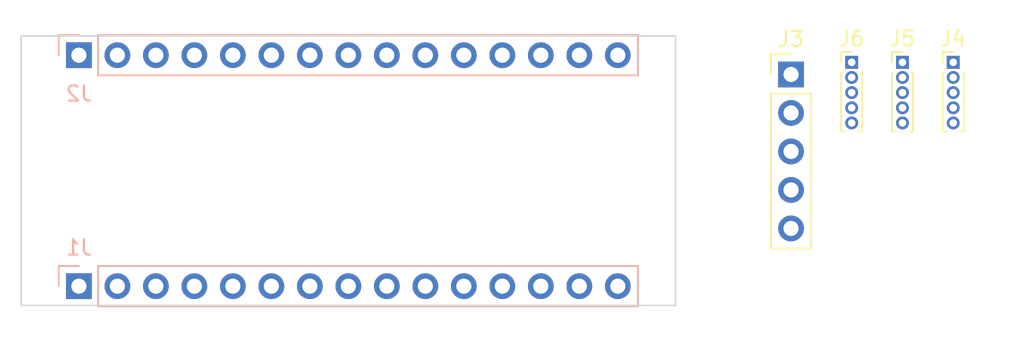
<source format=kicad_pcb>
(kicad_pcb (version 20211014) (generator pcbnew)
  (title_block (date "sam. 04 avril 2015"))
  (layers (0 "F.Cu" signal) (31 "B.Cu" signal) (34 "B.Paste" user) (35 "F.Paste" user) (36 "B.SilkS" user "B.Silkscreen") (37 "F.SilkS" user "F.Silkscreen") (38 "B.Mask" user) (39 "F.Mask" user) (44 "Edge.Cuts" user))
  (net 0 "")
  (net 1 "GND")
  (net 2 "/~{RESET}")
  (net 3 "VCC")
  (net 4 "/*D9")
  (net 5 "/D8")
  (net 6 "/D7")
  (net 7 "/*D6")
  (net 8 "/*D5")
  (net 9 "/D4")
  (net 10 "+5V")
  (net 11 "/A3")
  (net 12 "/A2")
  (net 13 "/A1")
  (net 14 "/A0")
  (net 15 "/AREF")
  (net 16 "/D0{slash}RX")
  (net 17 "/D1{slash}TX")
  (net 18 "+3V3")
  (net 19 "/A7")
  (net 20 "/A6")
  (net 21 "/A5{slash}SCL")
  (net 24 "/D2")
  (net 25 "/*D3")
  (net 26 "/*D10{slash}SS")
  (net 27 "/*D11{slash}MOSI")
  (net 28 "/D12{slash}MISO")
  (footprint "Connector_PinHeader_1.00mm:PinHeader_1x05_P1.00mm_Vertical" (layer "F.Cu") (at 158.15 83.96)
    (fp_text reference "J5" (at 0 -1.56) (layer "F.SilkS"))
    (fp_text value "Conn_01x05")
    (fp_line (start 0.608276 0.685) (end 0.695 0.685) (layer "F.SilkS") (width 0.12))
    (fp_line (start -0.695 -0.685) (end 0 -0.685) (layer "F.SilkS") (width 0.12))
    (fp_line (start -0.695 0) (end -0.695 -0.685) (layer "F.SilkS") (width 0.12))
    (fp_line (start 0.394493 4.56) (end 0.695 4.56) (layer "F.SilkS") (width 0.12))
    (fp_line (start -0.695 0.685) (end -0.608276 0.685) (layer "F.SilkS") (width 0.12))
    (fp_line (start -0.695 4.56) (end -0.394493 4.56) (layer "F.SilkS") (width 0.12))
    (fp_line (start 0.695 0.685) (end 0.695 4.56) (layer "F.SilkS") (width 0.12))
    (fp_line (start -0.695 0.685) (end -0.695 4.56) (layer "F.SilkS") (width 0.12))
    (pad "1" thru_hole rect (at 0 0) (size 0.85 0.85) (drill 0.5) (layers *.Cu *.Mask) (net 1 "GND"))
    (pad "2" thru_hole oval (at 0 1) (size 0.85 0.85) (drill 0.5) (layers *.Cu *.Mask) (net 10 "+5V"))
    (pad "3" thru_hole oval (at 0 2) (size 0.85 0.85) (drill 0.5) (layers *.Cu *.Mask) (net 5 "/D8"))
    (pad "4" thru_hole oval (at 0 3) (size 0.85 0.85) (drill 0.5) (layers *.Cu *.Mask) (net 9 "/D4"))
    (pad "5" thru_hole oval (at 0 4) (size 0.85 0.85) (drill 0.5) (layers *.Cu *.Mask) (net 28 "/D12{slash}MISO"))
  )
  (footprint "Arduino_MountingHole:MountingHole_65mil" (layer "F.Cu") (at 101.27 83.49)
    (fp_text reference "MH2" hide)
    (fp_text value "MountingHole_65mil" hide)
    (pad "" np_thru_hole circle locked (at 0 0) (size 1.651 1.651) (drill 1.651) (layers F&B.Cu *.Mask))
  )
  (footprint "Connector_PinHeader_1.00mm:PinHeader_1x05_P1.00mm_Vertical" (layer "F.Cu") (at 161.5 83.96)
    (fp_text reference "J4" (at 0 -1.56) (layer "F.SilkS"))
    (fp_text value "Conn_01x05")
    (fp_line (start 0.695 0.685) (end 0.695 4.56) (layer "F.SilkS") (width 0.12))
    (fp_line (start -0.695 -0.685) (end 0 -0.685) (layer "F.SilkS") (width 0.12))
    (fp_line (start 0.394493 4.56) (end 0.695 4.56) (layer "F.SilkS") (width 0.12))
    (fp_line (start -0.695 0) (end -0.695 -0.685) (layer "F.SilkS") (width 0.12))
    (fp_line (start -0.695 0.685) (end -0.695 4.56) (layer "F.SilkS") (width 0.12))
    (fp_line (start -0.695 4.56) (end -0.394493 4.56) (layer "F.SilkS") (width 0.12))
    (fp_line (start 0.608276 0.685) (end 0.695 0.685) (layer "F.SilkS") (width 0.12))
    (fp_line (start -0.695 0.685) (end -0.608276 0.685) (layer "F.SilkS") (width 0.12))
    (pad "1" thru_hole rect (at 0 0) (size 0.85 0.85) (drill 0.5) (layers *.Cu *.Mask) (net 1 "GND"))
    (pad "2" thru_hole oval (at 0 1) (size 0.85 0.85) (drill 0.5) (layers *.Cu *.Mask) (net 10 "+5V"))
    (pad "3" thru_hole oval (at 0 2) (size 0.85 0.85) (drill 0.5) (layers *.Cu *.Mask) (net 5 "/D8"))
    (pad "4" thru_hole oval (at 0 3) (size 0.85 0.85) (drill 0.5) (layers *.Cu *.Mask) (net 25 "/*D3"))
    (pad "5" thru_hole oval (at 0 4) (size 0.85 0.85) (drill 0.5) (layers *.Cu *.Mask) (net 28 "/D12{slash}MISO"))
  )
  (footprint "Connector_PinHeader_1.00mm:PinHeader_1x05_P1.00mm_Vertical" (layer "F.Cu") (at 154.8 83.96)
    (fp_text reference "J6" (at 0 -1.56) (layer "F.SilkS"))
    (fp_text value "Conn_01x05")
    (fp_line (start -0.695 -0.685) (end 0 -0.685) (layer "F.SilkS") (width 0.12))
    (fp_line (start 0.695 0.685) (end 0.695 4.56) (layer "F.SilkS") (width 0.12))
    (fp_line (start -0.695 0.685) (end -0.608276 0.685) (layer "F.SilkS") (width 0.12))
    (fp_line (start 0.608276 0.685) (end 0.695 0.685) (layer "F.SilkS") (width 0.12))
    (fp_line (start -0.695 4.56) (end -0.394493 4.56) (layer "F.SilkS") (width 0.12))
    (fp_line (start -0.695 0) (end -0.695 -0.685) (layer "F.SilkS") (width 0.12))
    (fp_line (start -0.695 0.685) (end -0.695 4.56) (layer "F.SilkS") (width 0.12))
    (fp_line (start 0.394493 4.56) (end 0.695 4.56) (layer "F.SilkS") (width 0.12))
    (pad "1" thru_hole rect (at 0 0) (size 0.85 0.85) (drill 0.5) (layers *.Cu *.Mask) (net 1 "GND"))
    (pad "2" thru_hole oval (at 0 1) (size 0.85 0.85) (drill 0.5) (layers *.Cu *.Mask) (net 10 "+5V"))
    (pad "3" thru_hole oval (at 0 2) (size 0.85 0.85) (drill 0.5) (layers *.Cu *.Mask) (net 5 "/D8"))
    (pad "4" thru_hole oval (at 0 3) (size 0.85 0.85) (drill 0.5) (layers *.Cu *.Mask) (net 8 "/*D5"))
    (pad "5" thru_hole oval (at 0 4) (size 0.85 0.85) (drill 0.5) (layers *.Cu *.Mask) (net 28 "/D12{slash}MISO"))
  )
  (footprint "Arduino_MountingHole:MountingHole_65mil" (layer "F.Cu") (at 141.91 98.73)
    (fp_text reference "MH4" hide)
    (fp_text value "MountingHole_65mil" hide)
    (pad "" np_thru_hole circle locked (at 0 0) (size 1.651 1.651) (drill 1.651) (layers F&B.Cu *.Mask))
  )
  (footprint "Arduino_MountingHole:MountingHole_65mil" (layer "F.Cu") (at 101.27 98.73)
    (fp_text reference "MH1" hide)
    (fp_text value "MountingHole_65mil" hide)
    (pad "" np_thru_hole circle locked (at 0 0) (size 1.651 1.651) (drill 1.651) (layers F&B.Cu *.Mask))
  )
  (footprint "Arduino_MountingHole:MountingHole_65mil" (layer "F.Cu") (at 141.91 83.49)
    (fp_text reference "MH3" hide)
    (fp_text value "MountingHole_65mil" hide)
    (pad "" np_thru_hole circle locked (at 0 0) (size 1.651 1.651) (drill 1.651) (layers F&B.Cu *.Mask))
  )
  (footprint "Connector_PinHeader_2.54mm:PinHeader_1x05_P2.54mm_Vertical" (layer "F.Cu") (at 150.8 84.76)
    (fp_text reference "J3" (at 0 -2.33) (layer "F.SilkS"))
    (fp_text value "Conn_01x05")
    (fp_line (start -1.33 0) (end -1.33 -1.33) (layer "F.SilkS") (width 0.12))
    (fp_line (start -1.33 -1.33) (end 0 -1.33) (layer "F.SilkS") (width 0.12))
    (fp_line (start -1.33 1.27) (end -1.33 11.49) (layer "F.SilkS") (width 0.12))
    (fp_line (start 1.33 1.27) (end 1.33 11.49) (layer "F.SilkS") (width 0.12))
    (fp_line (start -1.33 1.27) (end 1.33 1.27) (layer "F.SilkS") (width 0.12))
    (fp_line (start -1.33 11.49) (end 1.33 11.49) (layer "F.SilkS") (width 0.12))
    (pad "1" thru_hole rect (at 0 0) (size 1.7 1.7) (drill 1) (layers *.Cu *.Mask) (net 1 "GND"))
    (pad "2" thru_hole oval (at 0 2.54) (size 1.7 1.7) (drill 1) (layers *.Cu *.Mask) (net 10 "+5V"))
    (pad "3" thru_hole oval (at 0 5.08) (size 1.7 1.7) (drill 1) (layers *.Cu *.Mask) (net 5 "/D8"))
    (pad "4" thru_hole oval (at 0 7.62) (size 1.7 1.7) (drill 1) (layers *.Cu *.Mask) (net 24 "/D2"))
    (pad "5" thru_hole oval (at 0 10.16) (size 1.7 1.7) (drill 1) (layers *.Cu *.Mask) (net 28 "/D12{slash}MISO"))
  )
  (footprint "Connector_PinHeader_2.54mm:PinHeader_1x15_P2.54mm_Vertical" (layer "B.Cu") (at 103.81 98.73 -90)
    (fp_text reference "J1" (at -2.54 0 180) (layer "B.SilkS") (effects (justify mirror)))
    (fp_text value "Analog")
    (fp_line (start 1.33 -1.27) (end 1.33 -36.89) (layer "B.SilkS") (width 0.12))
    (fp_line (start -1.33 -36.89) (end 1.33 -36.89) (layer "B.SilkS") (width 0.12))
    (fp_line (start -1.33 0) (end -1.33 1.33) (layer "B.SilkS") (width 0.12))
    (fp_line (start -1.33 -1.27) (end 1.33 -1.27) (layer "B.SilkS") (width 0.12))
    (fp_line (start -1.33 -1.27) (end -1.33 -36.89) (layer "B.SilkS") (width 0.12))
    (fp_line (start -1.33 1.33) (end 0 1.33) (layer "B.SilkS") (width 0.12))
    (pad "1" thru_hole rect locked (at 0 0 270) (size 1.7 1.7) (drill 1) (layers *.Cu *.Mask))
    (pad "2" thru_hole oval locked (at 0 -2.54 270) (size 1.7 1.7) (drill 1) (layers *.Cu *.Mask) (net 18 "+3V3"))
    (pad "3" thru_hole oval locked (at 0 -5.08 270) (size 1.7 1.7) (drill 1) (layers *.Cu *.Mask) (net 15 "/AREF"))
    (pad "4" thru_hole oval locked (at 0 -7.62 270) (size 1.7 1.7) (drill 1) (layers *.Cu *.Mask) (net 14 "/A0"))
    (pad "5" thru_hole oval locked (at 0 -10.16 270) (size 1.7 1.7) (drill 1) (layers *.Cu *.Mask) (net 13 "/A1"))
    (pad "6" thru_hole oval locked (at 0 -12.7 270) (size 1.7 1.7) (drill 1) (layers *.Cu *.Mask) (net 12 "/A2"))
    (pad "7" thru_hole oval locked (at 0 -15.24 270) (size 1.7 1.7) (drill 1) (layers *.Cu *.Mask) (net 11 "/A3"))
    (pad "8" thru_hole oval locked (at 0 -17.78 270) (size 1.7 1.7) (drill 1) (layers *.Cu *.Mask))
    (pad "9" thru_hole oval locked (at 0 -20.32 270) (size 1.7 1.7) (drill 1) (layers *.Cu *.Mask) (net 21 "/A5{slash}SCL"))
    (pad "10" thru_hole oval locked (at 0 -22.86 270) (size 1.7 1.7) (drill 1) (layers *.Cu *.Mask) (net 20 "/A6"))
    (pad "11" thru_hole oval locked (at 0 -25.4 270) (size 1.7 1.7) (drill 1) (layers *.Cu *.Mask) (net 19 "/A7"))
    (pad "12" thru_hole oval locked (at 0 -27.94 270) (size 1.7 1.7) (drill 1) (layers *.Cu *.Mask) (net 10 "+5V"))
    (pad "13" thru_hole oval locked (at 0 -30.48 270) (size 1.7 1.7) (drill 1) (layers *.Cu *.Mask) (net 2 "/~{RESET}"))
    (pad "14" thru_hole oval locked (at 0 -33.02 270) (size 1.7 1.7) (drill 1) (layers *.Cu *.Mask) (net 1 "GND"))
    (pad "15" thru_hole oval locked (at 0 -35.56 270) (size 1.7 1.7) (drill 1) (layers *.Cu *.Mask) (net 3 "VCC"))
  )
  (footprint "Connector_PinHeader_2.54mm:PinHeader_1x15_P2.54mm_Vertical" (layer "B.Cu") (at 103.81 83.49 -90)
    (fp_text reference "J2" (at 2.54 0 180) (layer "B.SilkS") (effects (justify mirror)))
    (fp_text value "Digital")
    (fp_line (start -1.33 1.33) (end 0 1.33) (layer "B.SilkS") (width 0.12))
    (fp_line (start -1.33 -36.89) (end 1.33 -36.89) (layer "B.SilkS") (width 0.12))
    (fp_line (start -1.33 0) (end -1.33 1.33) (layer "B.SilkS") (width 0.12))
    (fp_line (start 1.33 -1.27) (end 1.33 -36.89) (layer "B.SilkS") (width 0.12))
    (fp_line (start -1.33 -1.27) (end -1.33 -36.89) (layer "B.SilkS") (width 0.12))
    (fp_line (start -1.33 -1.27) (end 1.33 -1.27) (layer "B.SilkS") (width 0.12))
    (pad "1" thru_hole rect locked (at 0 0 270) (size 1.7 1.7) (drill 1) (layers *.Cu *.Mask) (net 28 "/D12{slash}MISO"))
    (pad "2" thru_hole oval locked (at 0 -2.54 270) (size 1.7 1.7) (drill 1) (layers *.Cu *.Mask) (net 27 "/*D11{slash}MOSI"))
    (pad "3" thru_hole oval locked (at 0 -5.08 270) (size 1.7 1.7) (drill 1) (layers *.Cu *.Mask) (net 26 "/*D10{slash}SS"))
    (pad "4" thru_hole oval locked (at 0 -7.62 270) (size 1.7 1.7) (drill 1) (layers *.Cu *.Mask) (net 4 "/*D9"))
    (pad "5" thru_hole oval locked (at 0 -10.16 270) (size 1.7 1.7) (drill 1) (layers *.Cu *.Mask) (net 5 "/D8"))
    (pad "6" thru_hole oval locked (at 0 -12.7 270) (size 1.7 1.7) (drill 1) (layers *.Cu *.Mask) (net 6 "/D7"))
    (pad "7" thru_hole oval locked (at 0 -15.24 270) (size 1.7 1.7) (drill 1) (layers *.Cu *.Mask) (net 7 "/*D6"))
    (pad "8" thru_hole oval locked (at 0 -17.78 270) (size 1.7 1.7) (drill 1) (layers *.Cu *.Mask) (net 8 "/*D5"))
    (pad "9" thru_hole oval locked (at 0 -20.32 270) (size 1.7 1.7) (drill 1) (layers *.Cu *.Mask) (net 9 "/D4"))
    (pad "10" thru_hole oval locked (at 0 -22.86 270) (size 1.7 1.7) (drill 1) (layers *.Cu *.Mask) (net 25 "/*D3"))
    (pad "11" thru_hole oval locked (at 0 -25.4 270) (size 1.7 1.7) (drill 1) (layers *.Cu *.Mask) (net 24 "/D2"))
    (pad "12" thru_hole oval locked (at 0 -27.94 270) (size 1.7 1.7) (drill 1) (layers *.Cu *.Mask) (net 1 "GND"))
    (pad "13" thru_hole oval locked (at 0 -30.48 270) (size 1.7 1.7) (drill 1) (layers *.Cu *.Mask) (net 2 "/~{RESET}"))
    (pad "14" thru_hole oval locked (at 0 -33.02 270) (size 1.7 1.7) (drill 1) (layers *.Cu *.Mask) (net 16 "/D0{slash}RX"))
    (pad "15" thru_hole oval locked (at 0 -35.56 270) (size 1.7 1.7) (drill 1) (layers *.Cu *.Mask) (net 17 "/D1{slash}TX"))
  )
  (gr_rect (start 100 82.22) (end 143.18 100) (layer "Edge.Cuts") (width 0.1) (fill none))
)
</source>
